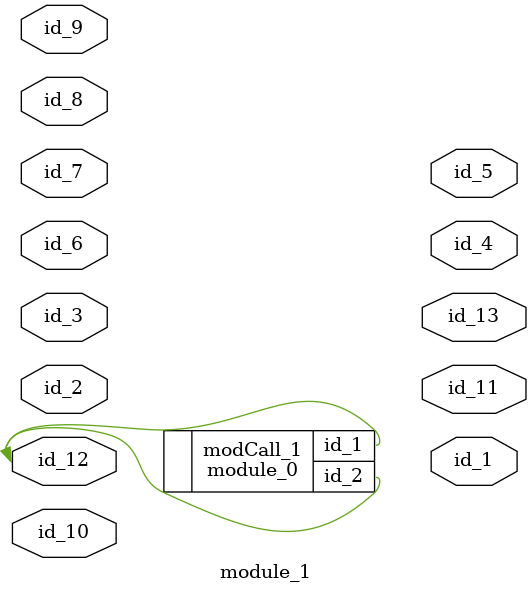
<source format=v>
module module_0 (
    id_1,
    id_2
);
  inout wire id_2;
  inout wire id_1;
  parameter id_3 = (1 ? 1 : 1);
endmodule
module module_1 (
    id_1,
    id_2,
    id_3,
    id_4,
    id_5,
    id_6,
    id_7,
    id_8,
    id_9,
    id_10,
    id_11,
    id_12,
    id_13
);
  output wire id_13;
  inout wire id_12;
  output wire id_11;
  inout wire id_10;
  input wire id_9;
  input wire id_8;
  input wire id_7;
  inout wire id_6;
  output wire id_5;
  output wire id_4;
  module_0 modCall_1 (
      id_12,
      id_12
  );
  inout wire id_3;
  inout wire id_2;
  output wire id_1;
  wire id_14;
  ;
endmodule

</source>
